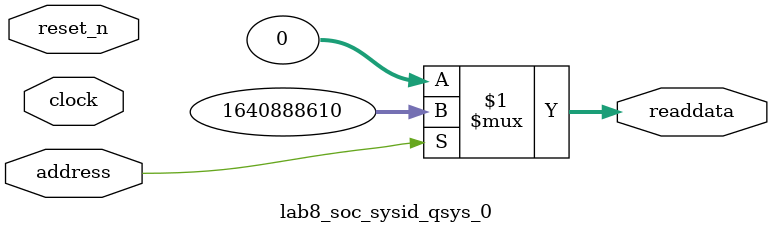
<source format=v>



// synthesis translate_off
`timescale 1ns / 1ps
// synthesis translate_on

// turn off superfluous verilog processor warnings 
// altera message_level Level1 
// altera message_off 10034 10035 10036 10037 10230 10240 10030 

module lab8_soc_sysid_qsys_0 (
               // inputs:
                address,
                clock,
                reset_n,

               // outputs:
                readdata
             )
;

  output  [ 31: 0] readdata;
  input            address;
  input            clock;
  input            reset_n;

  wire    [ 31: 0] readdata;
  //control_slave, which is an e_avalon_slave
  assign readdata = address ? 1640888610 : 0;

endmodule



</source>
